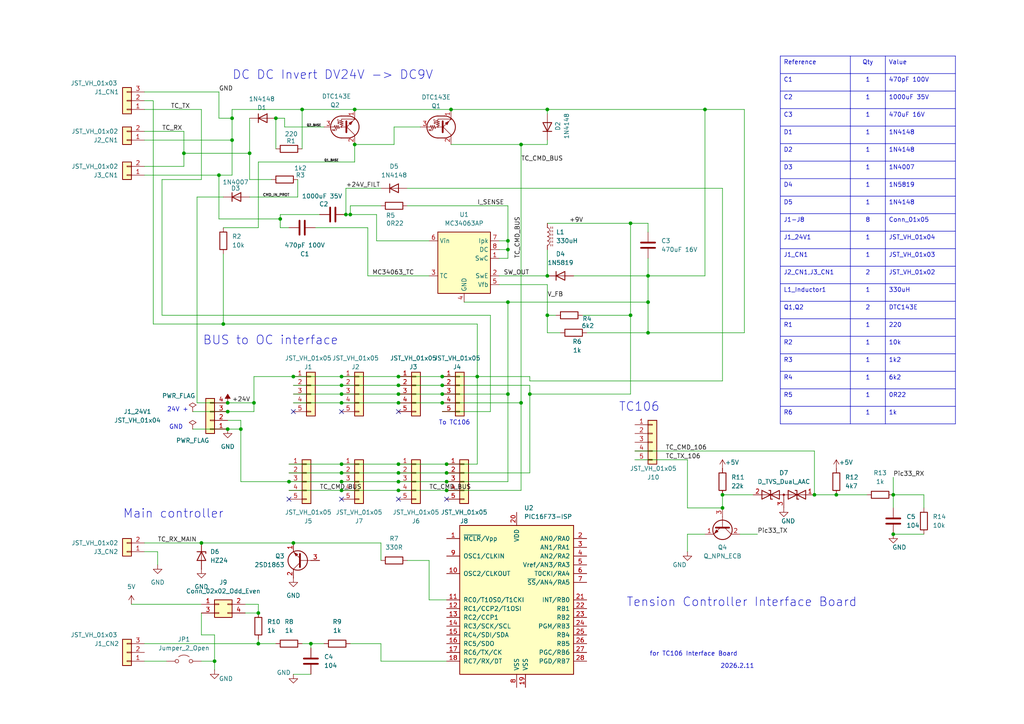
<source format=kicad_sch>
(kicad_sch (version 20250114) (generator "eeschema") (generator_version "9.0")
  (paper "A4")
  (text "TC106" (at 185.42 118.11 0) (effects (font (size 2.54 2.54))))
  (text "24V +" (at 51.562 118.872 0) (effects (font (size 1.27 1.27))))
  (text "GND" (at 51.054 123.952 0) (effects (font (size 1.27 1.27))))
  (text "Tension Controller Interface Board" (at 215.138 174.752 0) (effects (font (size 2.54 2.54))))
  (text "for TC106 Interface Board" (at 201.168 189.738 0) (effects (font (size 1.27 1.27))))
  (text "BUS to OC interface" (at 78.486 98.806 0) (effects (font (size 2.54 2.54))))
  (text "To TC106" (at 131.826 122.682 0) (effects (font (size 1.27 1.27))))
  (text "DC DC Invert DV24V -> DC9V" (at 96.52 21.844 0) (effects (font (size 2.54 2.54))))
  (text "2026.2.11" (at 213.868 193.294 0) (effects (font (size 1.27 1.27))))
  (text "Main controller" (at 50.292 149.098 0) (effects (font (size 2.54 2.54))))
  (junction (at 128.27 114.3))
  (junction (at 81.28 63.5))
  (junction (at 130.81 31.75))
  (junction (at 85.09 157.48))
  (junction (at 158.75 91.44))
  (junction (at 153.67 114.3))
  (junction (at 115.57 109.22))
  (junction (at 129.54 137.16))
  (junction (at 115.57 111.76))
  (junction (at 115.57 139.7))
  (junction (at 147.32 87.63))
  (junction (at 147.32 72.39))
  (junction (at 83.82 139.7))
  (junction (at 147.32 114.3))
  (junction (at 259.08 143.51))
  (junction (at 128.27 116.84))
  (junction (at 151.13 41.91))
  (junction (at 115.57 114.3))
  (junction (at 53.34 44.45))
  (junction (at 62.23 191.77))
  (junction (at 80.01 34.29))
  (junction (at 242.57 143.51))
  (junction (at 182.88 91.44))
  (junction (at 187.96 87.63))
  (junction (at 101.6 62.23))
  (junction (at 236.22 143.51))
  (junction (at 158.75 80.01))
  (junction (at 259.08 154.94))
  (junction (at 209.55 143.51))
  (junction (at 115.57 142.24))
  (junction (at 67.31 34.29))
  (junction (at 158.75 31.75))
  (junction (at 69.85 124.46))
  (junction (at 99.06 109.22))
  (junction (at 74.93 177.8))
  (junction (at 58.42 157.48))
  (junction (at 138.43 109.22))
  (junction (at 99.06 114.3))
  (junction (at 115.57 137.16))
  (junction (at 102.87 41.91))
  (junction (at 129.54 139.7))
  (junction (at 102.87 31.75))
  (junction (at 187.96 80.01))
  (junction (at 187.96 96.52))
  (junction (at 147.32 69.85))
  (junction (at 72.39 44.45))
  (junction (at 64.77 93.98))
  (junction (at 66.04 119.38))
  (junction (at 67.31 40.64))
  (junction (at 128.27 109.22))
  (junction (at 63.5 50.8))
  (junction (at 99.06 116.84))
  (junction (at 66.04 116.84))
  (junction (at 99.06 142.24))
  (junction (at 209.55 147.32))
  (junction (at 87.63 31.75))
  (junction (at 129.54 142.24))
  (junction (at 99.06 134.62))
  (junction (at 100.33 62.23))
  (junction (at 85.09 109.22))
  (junction (at 182.88 64.77))
  (junction (at 99.06 137.16))
  (junction (at 115.57 116.84))
  (junction (at 66.04 124.46))
  (junction (at 99.06 139.7))
  (junction (at 128.27 111.76))
  (junction (at 129.54 134.62))
  (junction (at 99.06 111.76))
  (junction (at 74.93 186.69))
  (junction (at 90.17 186.69))
  (junction (at 151.13 116.84))
  (junction (at 115.57 134.62))
  (junction (at 204.47 31.75))
  (junction (at 73.66 116.84))
  (no_connect (at 83.82 144.78))
  (no_connect (at 129.54 144.78))
  (no_connect (at 115.57 119.38))
  (no_connect (at 85.09 119.38))
  (no_connect (at 99.06 144.78))
  (no_connect (at 99.06 119.38))
  (no_connect (at 115.57 144.78))
  (wire (pts (xy 109.22 69.85) (xy 109.22 62.23)))
  (wire (pts (xy 57.15 57.15) (xy 64.77 57.15)))
  (wire (pts (xy 99.06 142.24) (xy 115.57 142.24)))
  (wire (pts (xy 66.04 116.84) (xy 57.15 116.84)))
  (wire (pts (xy 153.67 110.49) (xy 209.55 110.49)))
  (wire (pts (xy 199.39 154.94) (xy 199.39 160.02)))
  (wire (pts (xy 101.6 59.69) (xy 101.6 62.23)))
  (wire (pts (xy 129.54 137.16) (xy 153.67 137.16)))
  (wire (pts (xy 69.85 121.92) (xy 69.85 124.46)))
  (wire (pts (xy 101.6 62.23) (xy 100.33 62.23)))
  (wire (pts (xy 72.39 44.45) (xy 72.39 52.07)))
  (wire (pts (xy 67.31 34.29) (xy 67.31 40.64)))
  (wire (pts (xy 158.75 31.75) (xy 158.75 33.02)))
  (wire (pts (xy 87.63 31.75) (xy 102.87 31.75)))
  (wire (pts (xy 170.18 96.52) (xy 187.96 96.52)))
  (wire (pts (xy 144.78 72.39) (xy 147.32 72.39)))
  (wire (pts (xy 110.49 54.61) (xy 100.33 54.61)))
  (wire (pts (xy 99.06 134.62) (xy 115.57 134.62)))
  (wire (pts (xy 129.54 191.77) (xy 110.49 191.77)))
  (wire (pts (xy 41.91 50.8) (xy 63.5 50.8)))
  (wire (pts (xy 73.66 116.84) (xy 73.66 109.22)))
  (wire (pts (xy 204.47 154.94) (xy 199.39 154.94)))
  (wire (pts (xy 80.01 34.29) (xy 80.01 43.18)))
  (wire (pts (xy 55.88 119.38) (xy 66.04 119.38)))
  (wire (pts (xy 158.75 41.91) (xy 158.75 40.64)))
  (wire (pts (xy 158.75 64.77) (xy 182.88 64.77)))
  (wire (pts (xy 66.04 121.92) (xy 69.85 121.92)))
  (wire (pts (xy 138.43 109.22) (xy 138.43 134.62)))
  (wire (pts (xy 128.27 116.84) (xy 151.13 116.84)))
  (wire (pts (xy 67.31 31.75) (xy 87.63 31.75)))
  (wire (pts (xy 129.54 142.24) (xy 151.13 142.24)))
  (wire (pts (xy 58.42 184.15) (xy 62.23 184.15)))
  (wire (pts (xy 142.24 91.44) (xy 46.99 91.44)))
  (wire (pts (xy 134.62 87.63) (xy 147.32 87.63)))
  (wire (pts (xy 187.96 80.01) (xy 187.96 87.63)))
  (wire (pts (xy 115.57 114.3) (xy 128.27 114.3)))
  (wire (pts (xy 151.13 116.84) (xy 151.13 41.91)))
  (wire (pts (xy 99.06 114.3) (xy 115.57 114.3)))
  (wire (pts (xy 144.78 82.55) (xy 158.75 82.55)))
  (wire (pts (xy 144.78 80.01) (xy 158.75 80.01)))
  (wire (pts (xy 99.06 111.76) (xy 115.57 111.76)))
  (wire (pts (xy 115.57 116.84) (xy 128.27 116.84)))
  (wire (pts (xy 124.46 69.85) (xy 109.22 69.85)))
  (wire (pts (xy 199.39 133.35) (xy 199.39 147.32)))
  (wire (pts (xy 41.91 40.64) (xy 67.31 40.64)))
  (wire (pts (xy 71.12 175.26) (xy 74.93 175.26)))
  (wire (pts (xy 182.88 64.77) (xy 182.88 91.44)))
  (wire (pts (xy 144.78 74.93) (xy 147.32 74.93)))
  (wire (pts (xy 259.08 154.94) (xy 267.97 154.94)))
  (wire (pts (xy 114.3 36.83) (xy 121.92 36.83)))
  (wire (pts (xy 74.93 186.69) (xy 80.01 186.69)))
  (wire (pts (xy 64.77 93.98) (xy 138.43 93.98)))
  (wire (pts (xy 102.87 46.99) (xy 74.93 46.99)))
  (wire (pts (xy 58.42 191.77) (xy 62.23 191.77)))
  (wire (pts (xy 118.11 59.69) (xy 147.32 59.69)))
  (wire (pts (xy 86.36 57.15) (xy 72.39 57.15)))
  (wire (pts (xy 102.87 41.91) (xy 102.87 46.99)))
  (wire (pts (xy 115.57 137.16) (xy 129.54 137.16)))
  (wire (pts (xy 147.32 59.69) (xy 147.32 69.85)))
  (wire (pts (xy 41.91 48.26) (xy 53.34 48.26)))
  (wire (pts (xy 63.5 63.5) (xy 63.5 50.8)))
  (wire (pts (xy 187.96 87.63) (xy 147.32 87.63)))
  (wire (pts (xy 124.46 80.01) (xy 106.68 80.01)))
  (wire (pts (xy 99.06 116.84) (xy 115.57 116.84)))
  (wire (pts (xy 80.01 34.29) (xy 82.55 34.29)))
  (wire (pts (xy 45.72 160.02) (xy 45.72 163.83)))
  (wire (pts (xy 109.22 62.23) (xy 101.6 62.23)))
  (wire (pts (xy 38.1 175.26) (xy 58.42 175.26)))
  (wire (pts (xy 147.32 69.85) (xy 147.32 72.39)))
  (wire (pts (xy 184.15 130.81) (xy 236.22 130.81)))
  (wire (pts (xy 41.91 160.02) (xy 45.72 160.02)))
  (wire (pts (xy 85.09 111.76) (xy 99.06 111.76)))
  (wire (pts (xy 184.15 133.35) (xy 199.39 133.35)))
  (wire (pts (xy 151.13 41.91) (xy 158.75 41.91)))
  (wire (pts (xy 57.15 116.84) (xy 57.15 57.15)))
  (wire (pts (xy 199.39 147.32) (xy 209.55 147.32)))
  (wire (pts (xy 130.81 41.91) (xy 151.13 41.91)))
  (wire (pts (xy 62.23 184.15) (xy 62.23 191.77)))
  (wire (pts (xy 41.91 186.69) (xy 74.93 186.69)))
  (wire (pts (xy 83.82 66.04) (xy 81.28 66.04)))
  (wire (pts (xy 63.5 34.29) (xy 63.5 26.67)))
  (wire (pts (xy 58.42 31.75) (xy 58.42 52.07)))
  (wire (pts (xy 187.96 80.01) (xy 204.47 80.01)))
  (wire (pts (xy 82.55 34.29) (xy 82.55 36.83)))
  (wire (pts (xy 87.63 186.69) (xy 90.17 186.69)))
  (wire (pts (xy 209.55 143.51) (xy 218.44 143.51)))
  (wire (pts (xy 41.91 38.1) (xy 53.34 38.1)))
  (wire (pts (xy 99.06 137.16) (xy 115.57 137.16)))
  (wire (pts (xy 115.57 134.62) (xy 129.54 134.62)))
  (wire (pts (xy 158.75 91.44) (xy 161.29 91.44)))
  (wire (pts (xy 182.88 64.77) (xy 187.96 64.77)))
  (wire (pts (xy 110.49 59.69) (xy 101.6 59.69)))
  (wire (pts (xy 102.87 31.75) (xy 130.81 31.75)))
  (wire (pts (xy 100.33 54.61) (xy 100.33 62.23)))
  (wire (pts (xy 58.42 157.48) (xy 85.09 157.48)))
  (wire (pts (xy 110.49 157.48) (xy 110.49 162.56)))
  (wire (pts (xy 267.97 143.51) (xy 267.97 147.32)))
  (wire (pts (xy 106.68 80.01) (xy 106.68 66.04)))
  (wire (pts (xy 138.43 93.98) (xy 138.43 109.22)))
  (wire (pts (xy 44.45 29.21) (xy 41.91 29.21)))
  (wire (pts (xy 209.55 143.51) (xy 209.55 147.32)))
  (wire (pts (xy 115.57 139.7) (xy 129.54 139.7)))
  (wire (pts (xy 63.5 34.29) (xy 67.31 34.29)))
  (wire (pts (xy 73.66 109.22) (xy 85.09 109.22)))
  (wire (pts (xy 147.32 72.39) (xy 147.32 74.93)))
  (wire (pts (xy 168.91 91.44) (xy 182.88 91.44)))
  (wire (pts (xy 124.46 173.99) (xy 129.54 173.99)))
  (wire (pts (xy 72.39 34.29) (xy 72.39 44.45)))
  (wire (pts (xy 90.17 186.69) (xy 93.98 186.69)))
  (wire (pts (xy 63.5 50.8) (xy 67.31 50.8)))
  (wire (pts (xy 118.11 54.61) (xy 209.55 54.61)))
  (wire (pts (xy 153.67 111.76) (xy 153.67 114.3)))
  (wire (pts (xy 153.67 109.22) (xy 138.43 109.22)))
  (wire (pts (xy 55.88 124.46) (xy 66.04 124.46)))
  (wire (pts (xy 69.85 139.7) (xy 83.82 139.7)))
  (wire (pts (xy 66.04 116.84) (xy 73.66 116.84)))
  (wire (pts (xy 153.67 114.3) (xy 182.88 114.3)))
  (wire (pts (xy 215.9 96.52) (xy 215.9 31.75)))
  (wire (pts (xy 66.04 124.46) (xy 69.85 124.46)))
  (wire (pts (xy 81.28 62.23) (xy 81.28 63.5)))
  (wire (pts (xy 128.27 119.38) (xy 142.24 119.38)))
  (wire (pts (xy 182.88 114.3) (xy 182.88 91.44)))
  (wire (pts (xy 214.63 154.94) (xy 219.71 154.94)))
  (wire (pts (xy 147.32 87.63) (xy 147.32 114.3)))
  (wire (pts (xy 158.75 82.55) (xy 158.75 91.44)))
  (wire (pts (xy 166.37 80.01) (xy 187.96 80.01)))
  (wire (pts (xy 66.04 119.38) (xy 73.66 119.38)))
  (wire (pts (xy 158.75 96.52) (xy 158.75 91.44)))
  (wire (pts (xy 86.36 52.07) (xy 86.36 57.15)))
  (wire (pts (xy 81.28 66.04) (xy 81.28 63.5)))
  (wire (pts (xy 71.12 177.8) (xy 74.93 177.8)))
  (wire (pts (xy 209.55 110.49) (xy 209.55 54.61)))
  (wire (pts (xy 83.82 137.16) (xy 99.06 137.16)))
  (wire (pts (xy 58.42 177.8) (xy 58.42 184.15)))
  (wire (pts (xy 130.81 31.75) (xy 158.75 31.75)))
  (wire (pts (xy 259.08 138.43) (xy 259.08 143.51)))
  (wire (pts (xy 44.45 29.21) (xy 44.45 93.98)))
  (wire (pts (xy 187.96 96.52) (xy 215.9 96.52)))
  (wire (pts (xy 129.54 134.62) (xy 138.43 134.62)))
  (wire (pts (xy 106.68 66.04) (xy 91.44 66.04)))
  (wire (pts (xy 64.77 66.04) (xy 74.93 66.04)))
  (wire (pts (xy 41.91 191.77) (xy 48.26 191.77)))
  (wire (pts (xy 128.27 109.22) (xy 138.43 109.22)))
  (wire (pts (xy 69.85 124.46) (xy 69.85 139.7)))
  (wire (pts (xy 74.93 66.04) (xy 74.93 46.99)))
  (wire (pts (xy 215.9 31.75) (xy 204.47 31.75)))
  (wire (pts (xy 82.55 36.83) (xy 93.98 36.83)))
  (wire (pts (xy 128.27 114.3) (xy 147.32 114.3)))
  (wire (pts (xy 153.67 114.3) (xy 153.67 137.16)))
  (wire (pts (xy 236.22 143.51) (xy 242.57 143.51)))
  (wire (pts (xy 158.75 72.39) (xy 158.75 80.01)))
  (wire (pts (xy 73.66 119.38) (xy 73.66 116.84)))
  (wire (pts (xy 44.45 93.98) (xy 64.77 93.98)))
  (wire (pts (xy 83.82 142.24) (xy 99.06 142.24)))
  (wire (pts (xy 236.22 130.81) (xy 236.22 143.51)))
  (wire (pts (xy 118.11 162.56) (xy 124.46 162.56)))
  (wire (pts (xy 46.99 52.07) (xy 58.42 52.07)))
  (wire (pts (xy 74.93 185.42) (xy 74.93 186.69)))
  (wire (pts (xy 62.23 191.77) (xy 62.23 194.31)))
  (wire (pts (xy 115.57 111.76) (xy 128.27 111.76)))
  (wire (pts (xy 204.47 31.75) (xy 204.47 80.01)))
  (wire (pts (xy 53.34 38.1) (xy 53.34 44.45)))
  (wire (pts (xy 115.57 109.22) (xy 128.27 109.22)))
  (wire (pts (xy 124.46 162.56) (xy 124.46 173.99)))
  (wire (pts (xy 85.09 195.58) (xy 90.17 195.58)))
  (wire (pts (xy 53.34 44.45) (xy 53.34 48.26)))
  (wire (pts (xy 115.57 142.24) (xy 129.54 142.24)))
  (wire (pts (xy 72.39 52.07) (xy 78.74 52.07)))
  (wire (pts (xy 85.09 114.3) (xy 99.06 114.3)))
  (wire (pts (xy 99.06 139.7) (xy 115.57 139.7)))
  (wire (pts (xy 110.49 191.77) (xy 110.49 186.69)))
  (wire (pts (xy 83.82 134.62) (xy 99.06 134.62)))
  (wire (pts (xy 144.78 69.85) (xy 147.32 69.85)))
  (wire (pts (xy 142.24 119.38) (xy 142.24 91.44)))
  (wire (pts (xy 128.27 111.76) (xy 153.67 111.76)))
  (wire (pts (xy 204.47 31.75) (xy 158.75 31.75)))
  (wire (pts (xy 64.77 73.66) (xy 64.77 93.98)))
  (wire (pts (xy 153.67 110.49) (xy 153.67 109.22)))
  (wire (pts (xy 85.09 116.84) (xy 99.06 116.84)))
  (wire (pts (xy 99.06 109.22) (xy 115.57 109.22)))
  (wire (pts (xy 41.91 31.75) (xy 58.42 31.75)))
  (wire (pts (xy 259.08 143.51) (xy 267.97 143.51)))
  (wire (pts (xy 129.54 139.7) (xy 147.32 139.7)))
  (wire (pts (xy 85.09 157.48) (xy 110.49 157.48)))
  (wire (pts (xy 74.93 175.26) (xy 74.93 177.8)))
  (wire (pts (xy 162.56 96.52) (xy 158.75 96.52)))
  (wire (pts (xy 63.5 26.67) (xy 41.91 26.67)))
  (wire (pts (xy 72.39 44.45) (xy 53.34 44.45)))
  (wire (pts (xy 187.96 87.63) (xy 187.96 96.52)))
  (wire (pts (xy 102.87 41.91) (xy 114.3 41.91)))
  (wire (pts (xy 67.31 31.75) (xy 67.31 34.29)))
  (wire (pts (xy 83.82 139.7) (xy 99.06 139.7)))
  (wire (pts (xy 85.09 109.22) (xy 99.06 109.22)))
  (wire (pts (xy 41.91 157.48) (xy 58.42 157.48)))
  (wire (pts (xy 259.08 143.51) (xy 259.08 147.32)))
  (wire (pts (xy 67.31 50.8) (xy 67.31 40.64)))
  (wire (pts (xy 147.32 114.3) (xy 147.32 139.7)))
  (wire (pts (xy 92.71 62.23) (xy 81.28 62.23)))
  (wire (pts (xy 90.17 186.69) (xy 90.17 187.96)))
  (wire (pts (xy 87.63 31.75) (xy 87.63 43.18)))
  (wire (pts (xy 110.49 186.69) (xy 101.6 186.69)))
  (wire (pts (xy 242.57 143.51) (xy 251.46 143.51)))
  (wire (pts (xy 151.13 142.24) (xy 151.13 116.84)))
  (wire (pts (xy 187.96 74.93) (xy 187.96 80.01)))
  (wire (pts (xy 81.28 63.5) (xy 63.5 63.5)))
  (wire (pts (xy 187.96 64.77) (xy 187.96 67.31)))
  (wire (pts (xy 46.99 91.44) (xy 46.99 52.07)))
  (wire (pts (xy 114.3 41.91) (xy 114.3 36.83)))
  (table (column_count 3) (border (external yes) (header yes)) (separators (rows yes) (cols yes)) (column_widths 20.32 10.16 20.32) (row_heights 5.08 5.08 5.08 5.08 5.08 5.08 5.08 5.08 5.08 5.08 5.08 5.08 5.08 5.08 5.08 5.08 5.08 5.08 5.08 5.08 5.08) (cells (table_cell "Reference" (at 226.314 16.256 0) (size 20.32 5.08) (margins 0.9525 0.9525 0.9525 0.9525) (span 1 1)) (table_cell "Qty" (at 246.634 16.256 0) (size 10.16 5.08) (margins 0.9525 0.9525 0.9525 0.9525) (span 1 1)) (table_cell "Value" (at 256.794 16.256 0) (size 20.32 5.08) (margins 0.9525 0.9525 0.9525 0.9525) (span 1 1)) (table_cell "C1" (at 226.314 21.336 0) (size 20.32 5.08) (margins 0.9525 0.9525 0.9525 0.9525) (span 1 1)) (table_cell "1" (at 246.634 21.336 0) (size 10.16 5.08) (margins 0.9525 0.9525 0.9525 0.9525) (span 1 1)) (table_cell "470pF 100V" (at 256.794 21.336 0) (size 20.32 5.08) (margins 0.9525 0.9525 0.9525 0.9525) (span 1 1)) (table_cell "C2" (at 226.314 26.416 0) (size 20.32 5.08) (margins 0.9525 0.9525 0.9525 0.9525) (span 1 1)) (table_cell "1" (at 246.634 26.416 0) (size 10.16 5.08) (margins 0.9525 0.9525 0.9525 0.9525) (span 1 1)) (table_cell "1000uF 35V" (at 256.794 26.416 0) (size 20.32 5.08) (margins 0.9525 0.9525 0.9525 0.9525) (span 1 1)) (table_cell "C3" (at 226.314 31.496 0) (size 20.32 5.08) (margins 0.9525 0.9525 0.9525 0.9525) (span 1 1)) (table_cell "1" (at 246.634 31.496 0) (size 10.16 5.08) (margins 0.9525 0.9525 0.9525 0.9525) (span 1 1)) (table_cell "470uF 16V" (at 256.794 31.496 0) (size 20.32 5.08) (margins 0.9525 0.9525 0.9525 0.9525) (span 1 1)) (table_cell "D1" (at 226.314 36.576 0) (size 20.32 5.08) (margins 0.9525 0.9525 0.9525 0.9525) (span 1 1)) (table_cell "1" (at 246.634 36.576 0) (size 10.16 5.08) (margins 0.9525 0.9525 0.9525 0.9525) (span 1 1)) (table_cell "1N4148" (at 256.794 36.576 0) (size 20.32 5.08) (margins 0.9525 0.9525 0.9525 0.9525) (span 1 1)) (table_cell "D2" (at 226.314 41.656 0) (size 20.32 5.08) (margins 0.9525 0.9525 0.9525 0.9525) (span 1 1)) (table_cell "1" (at 246.634 41.656 0) (size 10.16 5.08) (margins 0.9525 0.9525 0.9525 0.9525) (span 1 1)) (table_cell "1N4148" (at 256.794 41.656 0) (size 20.32 5.08) (margins 0.9525 0.9525 0.9525 0.9525) (span 1 1)) (table_cell "D3" (at 226.314 46.736 0) (size 20.32 5.08) (margins 0.9525 0.9525 0.9525 0.9525) (span 1 1)) (table_cell "1" (at 246.634 46.736 0) (size 10.16 5.08) (margins 0.9525 0.9525 0.9525 0.9525) (span 1 1)) (table_cell "1N4007" (at 256.794 46.736 0) (size 20.32 5.08) (margins 0.9525 0.9525 0.9525 0.9525) (span 1 1)) (table_cell "D4" (at 226.314 51.816 0) (size 20.32 5.08) (margins 0.9525 0.9525 0.9525 0.9525) (span 1 1)) (table_cell "1" (at 246.634 51.816 0) (size 10.16 5.08) (margins 0.9525 0.9525 0.9525 0.9525) (span 1 1)) (table_cell "1N5819" (at 256.794 51.816 0) (size 20.32 5.08) (margins 0.9525 0.9525 0.9525 0.9525) (span 1 1)) (table_cell "D5" (at 226.314 56.896 0) (size 20.32 5.08) (margins 0.9525 0.9525 0.9525 0.9525) (span 1 1)) (table_cell "1" (at 246.634 56.896 0) (size 10.16 5.08) (margins 0.9525 0.9525 0.9525 0.9525) (span 1 1)) (table_cell "1N4148" (at 256.794 56.896 0) (size 20.32 5.08) (margins 0.9525 0.9525 0.9525 0.9525) (span 1 1)) (table_cell "J1-J8" (at 226.314 61.976 0) (size 20.32 5.08) (margins 0.9525 0.9525 0.9525 0.9525) (span 1 1)) (table_cell "8" (at 246.634 61.976 0) (size 10.16 5.08) (margins 0.9525 0.9525 0.9525 0.9525) (span 1 1)) (table_cell "Conn_01x05" (at 256.794 61.976 0) (size 20.32 5.08) (margins 0.9525 0.9525 0.9525 0.9525) (span 1 1)) (table_cell "J1_24V1" (at 226.314 67.056 0) (size 20.32 5.08) (margins 0.9525 0.9525 0.9525 0.9525) (span 1 1)) (table_cell "1" (at 246.634 67.056 0) (size 10.16 5.08) (margins 0.9525 0.9525 0.9525 0.9525) (span 1 1)) (table_cell "JST_VH_01x04" (at 256.794 67.056 0) (size 20.32 5.08) (margins 0.9525 0.9525 0.9525 0.9525) (span 1 1)) (table_cell "J1_CN1" (at 226.314 72.136 0) (size 20.32 5.08) (margins 0.9525 0.9525 0.9525 0.9525) (span 1 1)) (table_cell "1" (at 246.634 72.136 0) (size 10.16 5.08) (margins 0.9525 0.9525 0.9525 0.9525) (span 1 1)) (table_cell "JST_VH_01x03" (at 256.794 72.136 0) (size 20.32 5.08) (margins 0.9525 0.9525 0.9525 0.9525) (span 1 1)) (table_cell "J2_CN1,J3_CN1" (at 226.314 77.216 0) (size 20.32 5.08) (margins 0.9525 0.9525 0.9525 0.9525) (span 1 1)) (table_cell "2" (at 246.634 77.216 0) (size 10.16 5.08) (margins 0.9525 0.9525 0.9525 0.9525) (span 1 1)) (table_cell "JST_VH_01x02" (at 256.794 77.216 0) (size 20.32 5.08) (margins 0.9525 0.9525 0.9525 0.9525) (span 1 1)) (table_cell "L1_Inductor1" (at 226.314 82.296 0) (size 20.32 5.08) (margins 0.9525 0.9525 0.9525 0.9525) (span 1 1)) (table_cell "1" (at 246.634 82.296 0) (size 10.16 5.08) (margins 0.9525 0.9525 0.9525 0.9525) (span 1 1)) (table_cell "330uH" (at 256.794 82.296 0) (size 20.32 5.08) (margins 0.9525 0.9525 0.9525 0.9525) (span 1 1)) (table_cell "Q1,Q2" (at 226.314 87.376 0) (size 20.32 5.08) (margins 0.9525 0.9525 0.9525 0.9525) (span 1 1)) (table_cell "2" (at 246.634 87.376 0) (size 10.16 5.08) (margins 0.9525 0.9525 0.9525 0.9525) (span 1 1)) (table_cell "DTC143E" (at 256.794 87.376 0) (size 20.32 5.08) (margins 0.9525 0.9525 0.9525 0.9525) (span 1 1)) (table_cell "R1" (at 226.314 92.456 0) (size 20.32 5.08) (margins 0.9525 0.9525 0.9525 0.9525) (span 1 1)) (table_cell "1" (at 246.634 92.456 0) (size 10.16 5.08) (margins 0.9525 0.9525 0.9525 0.9525) (span 1 1)) (table_cell "220" (at 256.794 92.456 0) (size 20.32 5.08) (margins 0.9525 0.9525 0.9525 0.9525) (span 1 1)) (table_cell "R2" (at 226.314 97.536 0) (size 20.32 5.08) (margins 0.9525 0.9525 0.9525 0.9525) (span 1 1)) (table_cell "1" (at 246.634 97.536 0) (size 10.16 5.08) (margins 0.9525 0.9525 0.9525 0.9525) (span 1 1)) (table_cell "10k" (at 256.794 97.536 0) (size 20.32 5.08) (margins 0.9525 0.9525 0.9525 0.9525) (span 1 1)) (table_cell "R3" (at 226.314 102.616 0) (size 20.32 5.08) (margins 0.9525 0.9525 0.9525 0.9525) (span 1 1)) (table_cell "1" (at 246.634 102.616 0) (size 10.16 5.08) (margins 0.9525 0.9525 0.9525 0.9525) (span 1 1)) (table_cell "1k2" (at 256.794 102.616 0) (size 20.32 5.08) (margins 0.9525 0.9525 0.9525 0.9525) (span 1 1)) (table_cell "R4" (at 226.314 107.696 0) (size 20.32 5.08) (margins 0.9525 0.9525 0.9525 0.9525) (span 1 1)) (table_cell "1" (at 246.634 107.696 0) (size 10.16 5.08) (margins 0.9525 0.9525 0.9525 0.9525) (span 1 1)) (table_cell "6k2" (at 256.794 107.696 0) (size 20.32 5.08) (margins 0.9525 0.9525 0.9525 0.9525) (span 1 1)) (table_cell "R5" (at 226.314 112.776 0) (size 20.32 5.08) (margins 0.9525 0.9525 0.9525 0.9525) (span 1 1)) (table_cell "1" (at 246.634 112.776 0) (size 10.16 5.08) (margins 0.9525 0.9525 0.9525 0.9525) (span 1 1)) (table_cell "0R22" (at 256.794 112.776 0) (size 20.32 5.08) (margins 0.9525 0.9525 0.9525 0.9525) (span 1 1)) (table_cell "R6" (at 226.314 117.856 0) (size 20.32 5.08) (margins 0.9525 0.9525 0.9525 0.9525) (span 1 1)) (table_cell "1" (at 246.634 117.856 0) (size 10.16 5.08) (margins 0.9525 0.9525 0.9525 0.9525) (span 1 1)) (table_cell "1k" (at 256.794 117.856 0) (size 20.32 5.08) (margins 0.9525 0.9525 0.9525 0.9525) (span 1 1))))
  (label "Pic33_RX" (at 259.08 138.43 0))
  (label "TC_RX_MAIN" (at 45.72 157.48 0))
  (label "GND" (at 63.5 26.67 0))
  (label "+9V" (at 165.1 64.77 0))
  (label "TC_TX_106" (at 193.04 133.35 0))
  (label "I_SENSE" (at 138.43 59.69 0))
  (label "MC34063_TC" (at 107.95 80.01 0))
  (label "TC_CMD_BUS" (at 151.13 46.99 0))
  (label "Q1_BASE" (at 93.98 46.99 0) (effects (font (size 0.635 0.635))))
  (label "TC_CMD_BUS" (at 92.71 142.24 0))
  (label "TC_RX" (at 46.99 38.1 0))
  (label "Q2_BASE" (at 88.9 36.83 0) (effects (font (size 0.635 0.635))))
  (label "TC_TX" (at 49.53 31.75 0))
  (label "Pic33_TX" (at 219.71 154.94 0))
  (label "TC_CMD_BUS" (at 151.13 74.93 90))
  (label "TC_CMD_BUS" (at 124.46 142.24 0))
  (label "CMD_IN_PROT" (at 76.2 57.15 0) (effects (font (size 0.762 0.762))))
  (label "TC_CMD_106" (at 193.04 130.81 0))
  (label "+24V_FILT" (at 100.33 54.61 0))
  (label "V_FB" (at 158.75 86.36 0))
  (label "SW_OUT" (at 146.05 80.01 0))
  (label "+24V" (at 67.31 116.84 0))
  (symbol (lib_id "power:GND") (at 199.39 160.02 0) (unit 1)
    (property "Reference" "#PWR0102" (effects (hide yes)))
    (property "Value" "GND" (at 197.104 163.83 0))
    (property "Description" "Power symbol creates a global label with name \"GND\" , ground" (effects (hide yes)))
  )
  (symbol (lib_id "Device:C") (at 90.17 191.77 0) (unit 1)
    (property "Reference" "C4" (at 93.98 190.4999 0) (effects (justify left)))
    (property "Value" "104" (at 93.98 193.0399 0) (effects (justify left)))
    (property "Footprint" "Capacitor_THT:C_Disc_D5.0mm_W2.5mm_P2.50mm" (effects (hide yes)))
    (property "Description" "Unpolarized capacitor" (effects (hide yes)))
  )
  (symbol (lib_id "Device:R") (at 166.37 96.52 90) (unit 1)
    (property "Reference" "R6" (at 167.386 99.06 90))
    (property "Value" "1k" (at 167.386 101.6 90))
    (property "Footprint" "Resistor_THT:R_Axial_DIN0204_L3.6mm_D1.6mm_P7.62mm_Horizontal" (effects (hide yes)))
    (property "Description" "Resistor" (effects (hide yes)))
  )
  (symbol (lib_id "power:GND") (at 58.42 165.1 0) (unit 1)
    (property "Reference" "#PWR04" (effects (hide yes)))
    (property "Value" "GND" (at 58.42 170.18 0))
    (property "Description" "Power symbol creates a global label with name \"GND\" , ground" (effects (hide yes)))
  )
  (symbol (lib_id "Device:R") (at 165.1 91.44 90) (unit 1)
    (property "Reference" "R4" (at 168.91 92.456 90) (effects (justify right)))
    (property "Value" "6k2" (at 168.656 94.488 90) (effects (justify right)))
    (property "Footprint" "Resistor_THT:R_Axial_DIN0207_L6.3mm_D2.5mm_P7.62mm_Horizontal" (effects (hide yes)))
    (property "Description" "Resistor" (effects (hide yes)))
  )
  (symbol (lib_id "power:GND") (at 85.09 195.58 0) (unit 1)
    (property "Reference" "#PWR07" (effects (hide yes)))
    (property "Value" "GND" (at 82.296 195.072 0))
    (property "Description" "Power symbol creates a global label with name \"GND\" , ground" (effects (hide yes)))
  )
  (symbol (lib_id "Regulator_Switching:MC34063AP") (at 134.62 74.93 0) (unit 1)
    (property "Reference" "U1" (at 134.62 62.23 0))
    (property "Value" "MC34063AP" (at 134.62 64.77 0))
    (property "Footprint" "Package_DIP:DIP-8_W7.62mm" (effects (hide yes)))
    (property "Datasheet" "http://www.onsemi.com/pub_link/Collateral/MC34063A-D.PDF" (effects (hide yes)))
    (property "Description" "1.5A, step-up/down/inverting switching regulator, 3-40V Vin, 100kHz, DIP-8" (effects (hide yes)))
  )
  (symbol (lib_id "Device:R") (at 83.82 186.69 90) (unit 1)
    (property "Reference" "R8" (at 83.82 180.34 90))
    (property "Value" "1k" (at 83.82 182.88 90))
    (property "Footprint" "Resistor_THT:R_Axial_DIN0204_L3.6mm_D1.6mm_P7.62mm_Horizontal" (effects (hide yes)))
    (property "Description" "Resistor" (effects (hide yes)))
  )
  (symbol (lib_id "Device:R") (at 267.97 151.13 0) (unit 1)
    (property "Reference" "R14" (at 270.51 149.8599 0) (effects (justify left)))
    (property "Value" "10k" (at 270.51 152.3999 0) (effects (justify left)))
    (property "Footprint" "Resistor_THT:R_Axial_DIN0204_L3.6mm_D1.6mm_P7.62mm_Horizontal" (effects (hide yes)))
    (property "Description" "Resistor" (effects (hide yes)))
  )
  (symbol (lib_id "Device:D") (at 68.58 57.15 0) (unit 1)
    (property "Reference" "D3" (at 68.326 54.61 0))
    (property "Value" "1N4007" (at 68.326 52.832 0))
    (property "Footprint" "Diode_THT:D_DO-41_SOD81_P7.62mm_Horizontal" (effects (hide yes)))
    (property "Description" "Diode" (effects (hide yes)))
    (property "Sim.Device" "D" (effects (hide yes)))
    (property "Sim.Pins" "1=K 2=A" (effects (hide yes)))
  )
  (symbol (lib_id "Connector_Generic:Conn_01x02") (at 36.83 50.8 180) (unit 1)
    (property "Reference" "J3_CN1" (at 34.29 50.8001 0) (effects (justify left)))
    (property "Value" "JST_VH_01x02" (at 34.29 48.2601 0) (effects (justify left)))
    (property "Footprint" "Connector_JST:JST_VH_B2P-VH-B_1x02_P3.96mm_Vertical" (effects (hide yes)))
    (property "Description" "Generic connector, single row, 01x02, script generated (kicad-library-utils/schlib/autogen/connector/)" (effects (hide yes)))
  )
  (symbol (lib_id "Connector_Generic:Conn_01x02") (at 36.83 160.02 180) (unit 1)
    (property "Reference" "J3_CN2" (at 34.29 160.0201 0) (effects (justify left)))
    (property "Value" "JST_VH_01x02" (at 34.29 157.4801 0) (effects (justify left)))
    (property "Footprint" "Connector_JST:JST_VH_B2P-VH-B_1x02_P3.96mm_Vertical" (effects (hide yes)))
    (property "Description" "Generic connector, single row, 01x02, script generated (kicad-library-utils/schlib/autogen/connector/)" (effects (hide yes)))
  )
  (symbol (lib_id "Connector_Generic:Conn_02x02_Odd_Even") (at 63.5 175.26 0) (unit 1)
    (property "Reference" "J9" (at 64.77 168.91 0))
    (property "Value" "Conn_02x02_Odd_Even" (at 64.77 171.45 0))
    (property "Description" "Generic connector, double row, 02x02, odd/even pin numbering scheme (row 1 odd numbers, row 2 even numbers), script generated (kicad-library-utils/schlib/autogen/connector/)" (effects (hide yes)))
  )
  (symbol (lib_id "Transistor_BJT:DTC143E") (at 128.27 36.83 0) (mirror x) (unit 1)
    (property "Reference" "Q1" (at 126.492 30.734 0))
    (property "Value" "DTC143E" (at 126.492 28.194 0))
    (property "Footprint" "Package_TO_SOT_THT:TO-92_Inline" (effects (hide yes)))
    (property "Description" "Digital NPN Transistor, 4k7/4k7, SOT-23" (effects (hide yes)))
  )
  (symbol (lib_id "Device:D_TVS_Dual_AAC") (at 227.33 143.51 0) (mirror y) (unit 1)
    (property "Reference" "D7" (at 227.33 137.16 0))
    (property "Value" "D_TVS_Dual_AAC" (at 227.33 139.7 0))
    (property "Description" "Bidirectional dual transient-voltage-suppression diode, center on pin 3" (effects (hide yes)))
  )
  (symbol (lib_id "Connector_Generic:Conn_01x03") (at 36.83 189.23 180) (unit 1)
    (property "Reference" "J1_CN2" (at 34.544 186.69 0) (effects (justify left)))
    (property "Value" "JST_VH_01x03" (at 34.036 184.15 0) (effects (justify left)))
    (property "Footprint" "Connector_JST:JST_VH_B3P-VH-B_1x03_P3.96mm_Vertical" (effects (hide yes)))
    (property "Description" "Generic connector, single row, 01x03, script generated (kicad-library-utils/schlib/autogen/connector/)" (effects (hide yes)))
  )
  (symbol (lib_id "power:GND") (at 227.33 147.32 0) (unit 1)
    (property "Reference" "#PWR09" (effects (hide yes)))
    (property "Value" "GND" (at 228.6 151.13 0))
    (property "Description" "Power symbol creates a global label with name \"GND\" , ground" (effects (hide yes)))
  )
  (symbol (lib_id "power:GND") (at 66.04 124.46 0) (unit 1)
    (property "Reference" "#PWR0103" (effects (hide yes)))
    (property "Value" "GND" (at 66.04 129.54 0))
    (property "Description" "Power symbol creates a global label with name \"GND\" , ground" (effects (hide yes)))
  )
  (symbol (lib_id "Connector_Generic:Conn_01x05") (at 104.14 139.7 0) (unit 1)
    (property "Reference" "J7" (at 104.14 151.13 0))
    (property "Value" "JST_VH_01x05" (at 104.14 148.59 0))
    (property "Footprint" "Connector_JST:JST_VH_B5P-VH-B_1x05_P3.96mm_Vertical" (effects (hide yes)))
    (property "Description" "Generic connector, single row, 01x05, script generated (kicad-library-utils/schlib/autogen/connector/)" (effects (hide yes)))
  )
  (symbol (lib_id "Device:D") (at 76.2 34.29 0) (unit 1)
    (property "Reference" "D1" (at 75.946 31.242 0))
    (property "Value" "1N4148" (at 75.946 28.702 0))
    (property "Footprint" "Diode_THT:D_DO-41_SOD81_P7.62mm_Horizontal" (effects (hide yes)))
    (property "Description" "Diode" (effects (hide yes)))
    (property "Sim.Device" "D" (effects (hide yes)))
    (property "Sim.Pins" "1=K 2=A" (effects (hide yes)))
  )
  (symbol (lib_id "power:PWR_FLAG") (at 55.88 119.38 0) (unit 1)
    (property "Reference" "#FLG01" (effects (hide yes)))
    (property "Value" "PWR_FLAG" (at 51.816 114.808 0))
    (property "Description" "Special symbol for telling ERC where power comes from" (effects (hide yes)))
  )
  (symbol (lib_id "Connector_Generic:Conn_01x04") (at 60.96 121.92 180) (unit 1)
    (property "Reference" "J1_24V1" (at 39.878 119.38 0))
    (property "Value" "JST_VH_01x04" (at 39.878 121.92 0))
    (property "Footprint" "Connector_JST:JST_VH_B4P-VH-B_1x04_P3.96mm_Vertical" (effects (hide yes)))
    (property "Description" "Generic connector, single row, 01x04, script generated (kicad-library-utils/schlib/autogen/connector/)" (effects (hide yes)))
  )
  (symbol (lib_id "power:GND") (at 45.72 163.83 0) (unit 1)
    (property "Reference" "#PWR03" (effects (hide yes)))
    (property "Value" "GND" (at 45.72 168.91 0))
    (property "Description" "Power symbol creates a global label with name \"GND\" , ground" (effects (hide yes)))
  )
  (symbol (lib_id "power:GND") (at 85.09 167.64 0) (unit 1)
    (property "Reference" "#PWR05" (effects (hide yes)))
    (property "Value" "GND" (at 85.09 172.72 0))
    (property "Description" "Power symbol creates a global label with name \"GND\" , ground" (effects (hide yes)))
  )
  (symbol (lib_id "Connector_Generic:Conn_01x05") (at 104.14 114.3 0) (unit 1)
    (property "Reference" "J2" (at 103.124 106.426 0))
    (property "Value" "JST_VH_01x05" (at 103.124 103.886 0))
    (property "Footprint" "Connector_JST:JST_VH_B5P-VH-B_1x05_P3.96mm_Vertical" (effects (hide yes)))
    (property "Description" "Generic connector, single row, 01x05, script generated (kicad-library-utils/schlib/autogen/connector/)" (effects (hide yes)))
  )
  (symbol (lib_id "Device:R") (at 97.79 186.69 90) (unit 1)
    (property "Reference" "R9" (at 97.79 180.34 90))
    (property "Value" "1k" (at 97.79 182.88 90))
    (property "Footprint" "Resistor_THT:R_Axial_DIN0204_L3.6mm_D1.6mm_P7.62mm_Horizontal" (effects (hide yes)))
    (property "Description" "Resistor" (effects (hide yes)))
  )
  (symbol (lib_id "power:GND") (at 259.08 154.94 0) (unit 1)
    (property "Reference" "#PWR010" (effects (hide yes)))
    (property "Value" "GND" (at 260.858 158.75 0))
    (property "Description" "Power symbol creates a global label with name \"GND\" , ground" (effects (hide yes)))
  )
  (symbol (lib_id "Device:C") (at 96.52 62.23 270) (unit 1)
    (property "Reference" "C2" (at 95.25 59.182 90) (effects (justify right)))
    (property "Value" "1000uF 35V" (at 99.314 56.896 90) (effects (justify right)))
    (property "Footprint" "Capacitor_THT:CP_Radial_D12.5mm_P5.00mm" (effects (hide yes)))
    (property "Description" "Unpolarized capacitor" (effects (hide yes)))
  )
  (symbol (lib_id "Device:R") (at 82.55 52.07 90) (unit 1)
    (property "Reference" "R3" (at 87.122 50.8 90))
    (property "Value" "1k2" (at 87.122 48.768 90))
    (property "Footprint" "Resistor_THT:R_Axial_DIN0207_L6.3mm_D2.5mm_P10.16mm_Horizontal" (effects (hide yes)))
    (property "Description" "Resistor" (effects (hide yes)))
  )
  (symbol (lib_id "Device:D") (at 158.75 36.83 90) (unit 1)
    (property "Reference" "D2" (at 161.798 36.576 0))
    (property "Value" "1N4148" (at 164.338 36.576 0))
    (property "Footprint" "Diode_THT:D_DO-35_SOD27_P7.62mm_Horizontal" (effects (hide yes)))
    (property "Description" "Diode" (effects (hide yes)))
    (property "Sim.Device" "D" (effects (hide yes)))
    (property "Sim.Pins" "1=K 2=A" (effects (hide yes)))
  )
  (symbol (lib_id "Device:D_Zener") (at 58.42 161.29 270) (unit 1)
    (property "Reference" "D6" (at 60.96 160.0199 90) (effects (justify left)))
    (property "Value" "HZ24" (at 60.96 162.5599 90) (effects (justify left)))
    (property "Footprint" "Diode_THT:D_DO-35_SOD27_P7.62mm_Horizontal" (effects (hide yes)))
    (property "Description" "Zener diode" (effects (hide yes)))
  )
  (symbol (lib_id "Transistor_BJT:Q_NPN_ECB") (at 209.55 152.4 270) (unit 1)
    (property "Reference" "Q4" (at 209.55 158.75 90))
    (property "Value" "Q_NPN_ECB" (at 209.55 161.29 90))
    (property "Description" "NPN transistor, emitter/collector/base" (effects (hide yes)))
    (property "Sim.Device" "NPN" (effects (hide yes)))
    (property "Sim.Pins" "1=E 2=C 3=B" (effects (hide yes)))
  )
  (symbol (lib_id "Device:R") (at 242.57 139.7 180) (unit 1)
    (property "Reference" "R12" (at 245.11 138.4299 0) (effects (justify right)))
    (property "Value" "4k7" (at 245.11 140.9699 0) (effects (justify right)))
    (property "Footprint" "Resistor_THT:R_Axial_DIN0204_L3.6mm_D1.6mm_P7.62mm_Horizontal" (effects (hide yes)))
    (property "Description" "Resistor" (effects (hide yes)))
  )
  (symbol (lib_id "power:GND") (at 62.23 194.31 0) (unit 1)
    (property "Reference" "#PWR06" (effects (hide yes)))
    (property "Value" "GND" (at 65.532 196.85 0))
    (property "Description" "Power symbol creates a global label with name \"GND\" , ground" (effects (hide yes)))
  )
  (symbol (lib_id "Connector_Generic:Conn_01x03") (at 36.83 29.21 180) (unit 1)
    (property "Reference" "J1_CN1" (at 34.544 26.67 0) (effects (justify left)))
    (property "Value" "JST_VH_01x03" (at 34.036 24.13 0) (effects (justify left)))
    (property "Footprint" "Connector_JST:JST_VH_B3P-VH-B_1x03_P3.96mm_Vertical" (effects (hide yes)))
    (property "Description" "Generic connector, single row, 01x03, script generated (kicad-library-utils/schlib/autogen/connector/)" (effects (hide yes)))
  )
  (symbol (lib_id "Connector_Generic:Conn_01x02") (at 36.83 40.64 180) (unit 1)
    (property "Reference" "J2_CN1" (at 34.29 40.6401 0) (effects (justify left)))
    (property "Value" "JST_VH_01x02" (at 34.29 38.1001 0) (effects (justify left)))
    (property "Footprint" "Connector_JST:JST_VH_B2P-VH-B_1x02_P3.96mm_Vertical" (effects (hide yes)))
    (property "Description" "Generic connector, single row, 01x02, script generated (kicad-library-utils/schlib/autogen/connector/)" (effects (hide yes)))
  )
  (symbol (lib_id "power:VCC") (at 242.57 135.89 0) (unit 1)
    (property "Reference" "#PWR02" (effects (hide yes)))
    (property "Value" "+5V" (at 245.364 134.112 0))
    (property "Description" "Power symbol creates a global label with name \"VCC\"" (effects (hide yes)))
  )
  (symbol (lib_id "Jumper:Jumper_2_Open") (at 53.34 191.77 0) (unit 1)
    (property "Reference" "JP1" (at 53.34 185.42 0))
    (property "Value" "Jumper_2_Open" (at 53.34 187.96 0))
    (property "Description" "Jumper, 2-pole, open" (effects (hide yes)))
  )
  (symbol (lib_id "Device:C") (at 87.63 66.04 270) (unit 1)
    (property "Reference" "C1" (at 88.392 73.66 90))
    (property "Value" "470pF 100V" (at 88.392 71.12 90))
    (property "Footprint" "Capacitor_THT:C_Rect_L7.0mm_W2.5mm_P5.00mm" (effects (hide yes)))
    (property "Description" "Unpolarized capacitor" (effects (hide yes)))
  )
  (symbol (lib_id "Connector_Generic:Conn_01x05") (at 134.62 139.7 0) (unit 1)
    (property "Reference" "J8" (at 134.62 151.13 0))
    (property "Value" "JST_VH_01x05" (at 134.62 148.59 0))
    (property "Footprint" "Connector_JST:JST_VH_B5P-VH-B_1x05_P3.96mm_Vertical" (effects (hide yes)))
    (property "Description" "Generic connector, single row, 01x05, script generated (kicad-library-utils/schlib/autogen/connector/)" (effects (hide yes)))
  )
  (symbol (lib_id "Connector_Generic:Conn_01x05") (at 120.65 114.3 0) (unit 1)
    (property "Reference" "J3" (at 119.888 106.426 0))
    (property "Value" "JST_VH_01x05" (at 119.888 103.886 0))
    (property "Footprint" "Connector_JST:JST_VH_B5P-VH-B_1x05_P3.96mm_Vertical" (effects (hide yes)))
    (property "Description" "Generic connector, single row, 01x05, script generated (kicad-library-utils/schlib/autogen/connector/)" (effects (hide yes)))
  )
  (symbol (lib_id "Device:R") (at 114.3 162.56 90) (unit 1)
    (property "Reference" "R7" (at 114.3 156.21 90))
    (property "Value" "330R" (at 114.3 158.75 90))
    (property "Footprint" "Resistor_THT:R_Axial_DIN0204_L3.6mm_D1.6mm_P7.62mm_Horizontal" (effects (hide yes)))
    (property "Description" "Resistor" (effects (hide yes)))
  )
  (symbol (lib_id "Device:R") (at 74.93 181.61 180) (unit 1)
    (property "Reference" "R10" (at 77.47 180.3399 0) (effects (justify right)))
    (property "Value" "1k" (at 77.47 182.8799 0) (effects (justify right)))
    (property "Footprint" "Resistor_THT:R_Axial_DIN0204_L3.6mm_D1.6mm_P7.62mm_Horizontal" (effects (hide yes)))
    (property "Description" "Resistor" (effects (hide yes)))
  )
  (symbol (lib_id "Device:R") (at 64.77 69.85 180) (unit 1)
    (property "Reference" "R2" (at 67.31 68.5799 0) (effects (justify right)))
    (property "Value" "10k" (at 67.31 71.1199 0) (effects (justify right)))
    (property "Footprint" "Resistor_THT:R_Axial_DIN0207_L6.3mm_D2.5mm_P7.62mm_Horizontal" (effects (hide yes)))
    (property "Description" "Resistor" (effects (hide yes)))
  )
  (symbol (lib_id "Device:R") (at 114.3 59.69 270) (unit 1)
    (property "Reference" "R5" (at 113.284 62.484 90))
    (property "Value" "0R22" (at 114.554 64.77 90))
    (property "Footprint" "Resistor_THT:R_Axial_DIN0309_L9.0mm_D3.2mm_P12.70mm_Horizontal" (effects (hide yes)))
    (property "Description" "Resistor" (effects (hide yes)))
  )
  (symbol (lib_id "power:PWR_FLAG") (at 55.88 124.46 0) (unit 1)
    (property "Reference" "#FLG02" (effects (hide yes)))
    (property "Value" "PWR_FLAG" (at 55.88 127.762 0))
    (property "Description" "Special symbol for telling ERC where power comes from" (effects (hide yes)))
  )
  (symbol (lib_id "Connector_Generic:Conn_01x05") (at 133.35 114.3 0) (unit 1)
    (property "Reference" "J4" (at 132.588 106.426 0))
    (property "Value" "JST_VH_01x05" (at 132.588 103.886 0))
    (property "Footprint" "Connector_JST:JST_VH_B5P-VH-B_1x05_P3.96mm_Vertical" (effects (hide yes)))
    (property "Description" "Generic connector, single row, 01x05, script generated (kicad-library-utils/schlib/autogen/connector/)" (effects (hide yes)))
  )
  (symbol (lib_id "Device:R") (at 209.55 139.7 180) (unit 1)
    (property "Reference" "R11" (at 212.09 138.4299 0) (effects (justify right)))
    (property "Value" "22k" (at 212.09 140.9699 0) (effects (justify right)))
    (property "Footprint" "Resistor_THT:R_Axial_DIN0204_L3.6mm_D1.6mm_P7.62mm_Horizontal" (effects (hide yes)))
    (property "Description" "Resistor" (effects (hide yes)))
  )
  (symbol (lib_id "Device:C") (at 259.08 151.13 0) (unit 1)
    (property "Reference" "C5" (at 262.89 149.8599 0) (effects (justify left)))
    (property "Value" "104" (at 262.89 152.3999 0) (effects (justify left)))
    (property "Footprint" "Capacitor_THT:C_Disc_D5.0mm_W2.5mm_P2.50mm" (effects (hide yes)))
    (property "Description" "Unpolarized capacitor" (effects (hide yes)))
  )
  (symbol (lib_id "Device:L_Ferrite") (at 158.75 68.58 0) (unit 1)
    (property "Reference" "L1" (at 161.29 67.3099 0) (effects (justify left)))
    (property "Value" "330uH" (at 161.29 69.8499 0) (effects (justify left)))
    (property "Footprint" "Inductor_THT:L_Radial_D12.5mm_P7.00mm_Fastron_09HCP" (effects (hide yes)))
    (property "Description" "Inductor with ferrite core" (effects (hide yes)))
  )
  (symbol (lib_id "power:VCC") (at 38.1 175.26 0) (unit 1)
    (property "Reference" "#PWR0101" (effects (hide yes)))
    (property "Value" "5V" (at 38.1 170.18 0))
    (property "Description" "Power symbol creates a global label with name \"VCC\"" (effects (hide yes)))
  )
  (symbol (lib_id "Device:C") (at 187.96 71.12 0) (unit 1)
    (property "Reference" "C3" (at 191.77 69.8499 0) (effects (justify left)))
    (property "Value" "470uF 16V" (at 191.77 72.3899 0) (effects (justify left)))
    (property "Footprint" "Capacitor_THT:CP_Radial_D8.0mm_P3.50mm" (effects (hide yes)))
    (property "Description" "Unpolarized capacitor" (effects (hide yes)))
  )
  (symbol (lib_id "Device:R") (at 83.82 43.18 90) (unit 1)
    (property "Reference" "R1" (at 83.058 40.894 90) (effects (justify right)))
    (property "Value" "220" (at 82.55 38.862 90) (effects (justify right)))
    (property "Footprint" "Resistor_THT:R_Axial_DIN0207_L6.3mm_D2.5mm_P10.16mm_Horizontal" (effects (hide yes)))
    (property "Description" "Resistor" (effects (hide yes)))
  )
  (symbol (lib_id "Connector_Generic:Conn_01x05") (at 189.23 128.27 0) (unit 1)
    (property "Reference" "J10" (at 189.484 138.43 0))
    (property "Value" "JST_VH_01x05" (at 189.484 135.89 0))
    (property "Footprint" "Connector_JST:JST_VH_B5P-VH-B_1x05_P3.96mm_Vertical" (effects (hide yes)))
    (property "Description" "Generic connector, single row, 01x05, script generated (kicad-library-utils/schlib/autogen/connector/)" (effects (hide yes)))
  )
  (symbol (lib_id "Device:D") (at 162.56 80.01 0) (unit 1)
    (property "Reference" "D4" (at 162.56 73.66 0))
    (property "Value" "1N5819" (at 162.56 76.2 0))
    (property "Footprint" "Diode_THT:D_DO-41_SOD81_P7.62mm_Horizontal" (effects (hide yes)))
    (property "Description" "Diode" (effects (hide yes)))
    (property "Sim.Device" "D" (effects (hide yes)))
    (property "Sim.Pins" "1=K 2=A" (effects (hide yes)))
  )
  (symbol (lib_id "Device:D") (at 114.3 54.61 0) (unit 1)
    (property "Reference" "D5" (at 114.3 48.26 0))
    (property "Value" "1N4148" (at 114.3 50.8 0))
    (property "Footprint" "Diode_THT:D_DO-35_SOD27_P10.16mm_Horizontal" (effects (hide yes)))
    (property "Description" "Diode" (effects (hide yes)))
    (property "Sim.Device" "D" (effects (hide yes)))
    (property "Sim.Pins" "1=K 2=A" (effects (hide yes)))
  )
  (symbol (lib_id "Device:R") (at 255.27 143.51 90) (unit 1)
    (property "Reference" "R13" (at 255.27 137.16 90))
    (property "Value" "1k" (at 255.27 139.7 90))
    (property "Footprint" "Resistor_THT:R_Axial_DIN0204_L3.6mm_D1.6mm_P7.62mm_Horizontal" (effects (hide yes)))
    (property "Description" "Resistor" (effects (hide yes)))
  )
  (symbol (lib_id "MCU_Microchip_PIC16:PIC16F73-ISP") (at 149.86 173.99 0) (unit 1)
    (property "Reference" "U2" (at 152.0033 147.32 0) (effects (justify left)))
    (property "Value" "PIC16F73-ISP" (at 152.0033 149.86 0) (effects (justify left)))
    (property "Datasheet" "http://ww1.microchip.com/downloads/en/DeviceDoc/30325b.pdf" (effects (hide yes)))
    (property "Description" "PIC16F73, 4K Flash, 192B SRAM, ADC, PWM, SDIP28" (effects (hide yes)))
  )
  (symbol (lib_id "Connector_Generic:Conn_01x05") (at 88.9 139.7 0) (unit 1)
    (property "Reference" "J5" (at 89.408 151.13 0))
    (property "Value" "JST_VH_01x05" (at 89.408 148.59 0))
    (property "Footprint" "Connector_JST:JST_VH_B5P-VH-B_1x05_P3.96mm_Vertical" (effects (hide yes)))
    (property "Description" "Generic connector, single row, 01x05, script generated (kicad-library-utils/schlib/autogen/connector/)" (effects (hide yes)))
  )
  (symbol (lib_id "Connector_Generic:Conn_01x05") (at 120.65 139.7 0) (unit 1)
    (property "Reference" "J6" (at 120.65 151.13 0))
    (property "Value" "JST_VH_01x05" (at 120.65 148.59 0))
    (property "Footprint" "Connector_JST:JST_VH_B5P-VH-B_1x05_P3.96mm_Vertical" (effects (hide yes)))
    (property "Description" "Generic connector, single row, 01x05, script generated (kicad-library-utils/schlib/autogen/connector/)" (effects (hide yes)))
  )
  (symbol (lib_id "Transistor_BJT:Q_NPN_ECB") (at 87.63 162.56 180) (unit 1)
    (property "Reference" "Q3" (at 82.55 161.2899 0) (effects (justify left)))
    (property "Value" "2SD1863" (at 82.55 163.8299 0) (effects (justify left)))
    (property "Footprint" "Package_TO_SOT_THT:TO-92_Inline" (effects (hide yes)))
    (property "Description" "NPN transistor, emitter/collector/base" (effects (hide yes)))
    (property "Sim.Device" "NPN" (effects (hide yes)))
    (property "Sim.Pins" "1=E 2=C 3=B" (effects (hide yes)))
  )
  (symbol (lib_name "DTC143E_1") (lib_id "Transistor_BJT:DTC143E") (at 100.33 36.83 0) (mirror x) (unit 1)
    (property "Reference" "Q2" (at 98.552 30.48 0) (effects (justify right)))
    (property "Value" "DTC143E" (at 101.854 27.94 0) (effects (justify right)))
    (property "Footprint" "Package_TO_SOT_THT:TO-92_Inline" (effects (hide yes)))
    (property "Description" "Digital NPN Transistor, 4k7/4k7, SOT-23" (effects (hide yes)))
  )
  (symbol (lib_id "power:-24V") (at 66.04 116.84 0) (unit 1)
    (property "Reference" "#PWR01" (effects (hide yes)))
    (property "Value" "+24V" (effects (hide yes)))
    (property "Description" "Power symbol creates a global label with name \"+24V\"" (effects (hide yes)))
  )
  (symbol (lib_id "Connector_Generic:Conn_01x05") (at 90.17 114.3 0) (unit 1)
    (property "Reference" "J1" (at 89.408 106.426 0))
    (property "Value" "JST_VH_01x05" (at 89.408 103.886 0))
    (property "Footprint" "Connector_JST:JST_VH_B5P-VH-B_1x05_P3.96mm_Vertical" (effects (hide yes)))
    (property "Description" "Generic connector, single row, 01x05, script generated (kicad-library-utils/schlib/autogen/connector/)" (effects (hide yes)))
  )
  (symbol (lib_id "power:VCC") (at 209.55 135.89 0) (unit 1)
    (property "Reference" "#PWR08" (effects (hide yes)))
    (property "Value" "+5V" (at 212.344 134.112 0))
    (property "Description" "Power symbol creates a global label with name \"VCC\"" (effects (hide yes)))
  )
)
</source>
